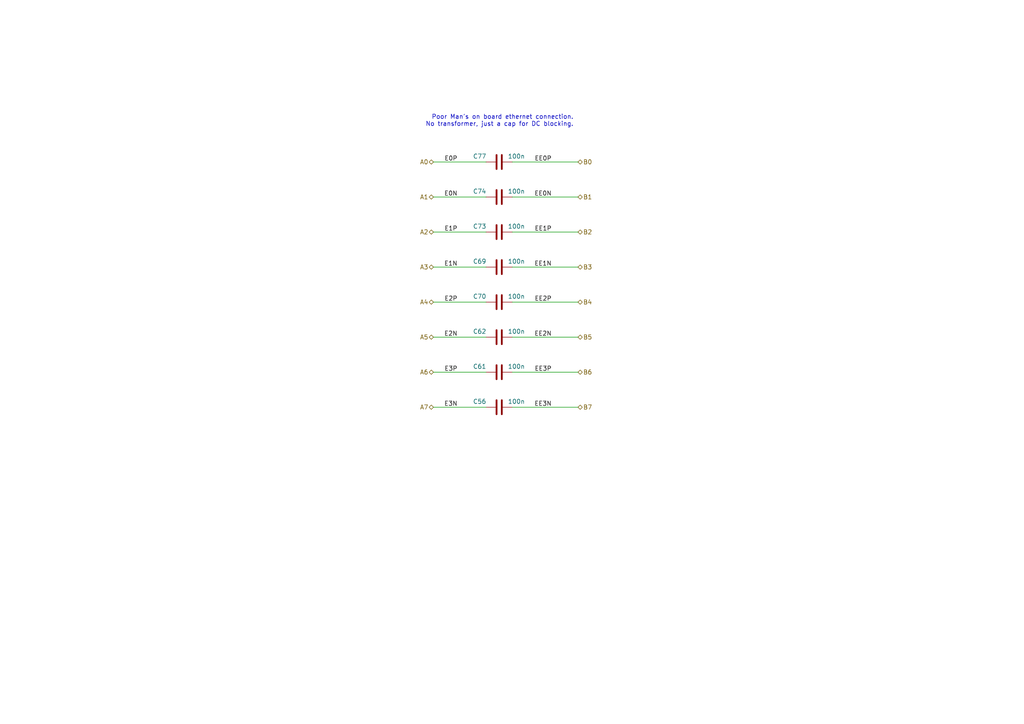
<source format=kicad_sch>
(kicad_sch (version 20230121) (generator eeschema)
  (paper "A4")
  (title_block (title "Penta-Pi") (date "2022-09-05") (rev "2.0") (comment 1 "fjc"))
  (lib_symbols
    (symbol "Device:C" (pin_numbers hide) (pin_names (offset 0.254))
      (property "Reference" "C" (at 0.635 2.54 0))
      (property "Value" "C" (at 0.635 -2.54 0))
      (symbol "C_0_1"
        (polyline (pts (xy -2.032 -0.762) (xy 2.032 -0.762)) (stroke (width 0.508)))
        (polyline (pts (xy -2.032 0.762) (xy 2.032 0.762)) (stroke (width 0.508)))
      )
      (symbol "C_1_1"
        (pin passive line (at 0 3.81 270) (length 2.794) (name "~") (number "1"))
        (pin passive line (at 0 -3.81 90) (length 2.794) (name "~") (number "2"))
      )
    )
  )
  (wire (pts (xy 125.73 67.31) (xy 140.97 67.31)))
  (wire (pts (xy 148.59 77.47) (xy 167.64 77.47)))
  (wire (pts (xy 125.73 46.99) (xy 140.97 46.99)))
  (wire (pts (xy 125.73 107.95) (xy 140.97 107.95)))
  (wire (pts (xy 125.73 77.47) (xy 140.97 77.47)))
  (wire (pts (xy 148.59 57.15) (xy 167.64 57.15)))
  (wire (pts (xy 148.59 97.79) (xy 167.64 97.79)))
  (wire (pts (xy 125.73 57.15) (xy 140.97 57.15)))
  (wire (pts (xy 148.59 67.31) (xy 167.64 67.31)))
  (wire (pts (xy 148.59 107.95) (xy 167.64 107.95)))
  (wire (pts (xy 148.59 46.99) (xy 167.64 46.99)))
  (wire (pts (xy 125.73 97.79) (xy 140.97 97.79)))
  (wire (pts (xy 148.59 118.11) (xy 167.64 118.11)))
  (wire (pts (xy 125.73 118.11) (xy 140.97 118.11)))
  (wire (pts (xy 125.73 87.63) (xy 140.97 87.63)))
  (wire (pts (xy 148.59 87.63) (xy 167.64 87.63)))
  (text "Poor Man's on board ethernet connection.\nNo transformer, just a cap for DC blocking." (at 166.37 36.83 0) (effects (font (size 1.27 1.27)) (justify right bottom)))
  (label "E1P" (at 132.715 67.31 180))
  (label "E3P" (at 132.715 107.95 180))
  (label "EE2N" (at 160.02 97.79 180))
  (label "EE3N" (at 160.02 118.11 180))
  (label "E2P" (at 132.715 87.63 180))
  (label "EE0N" (at 160.02 57.15 180))
  (label "E0N" (at 132.715 57.15 180))
  (label "EE3P" (at 160.02 107.95 180))
  (label "EE1P" (at 160.02 67.31 180))
  (label "EE1N" (at 160.02 77.47 180))
  (label "E1N" (at 132.715 77.47 180))
  (label "EE2P" (at 160.02 87.63 180))
  (label "E0P" (at 132.715 46.99 180))
  (label "E3N" (at 132.715 118.11 180))
  (label "EE0P" (at 160.02 46.99 180))
  (label "E2N" (at 132.715 97.79 180))
  (hierarchical_label "A2" (shape bidirectional) (at 125.73 67.31 180))
  (hierarchical_label "B5" (shape bidirectional) (at 167.64 97.79 0))
  (hierarchical_label "B2" (shape bidirectional) (at 167.64 67.31 0))
  (hierarchical_label "A7" (shape bidirectional) (at 125.73 118.11 180))
  (hierarchical_label "A0" (shape bidirectional) (at 125.73 46.99 180))
  (hierarchical_label "B4" (shape bidirectional) (at 167.64 87.63 0))
  (hierarchical_label "B6" (shape bidirectional) (at 167.64 107.95 0))
  (hierarchical_label "A6" (shape bidirectional) (at 125.73 107.95 180))
  (hierarchical_label "B3" (shape bidirectional) (at 167.64 77.47 0))
  (hierarchical_label "A4" (shape bidirectional) (at 125.73 87.63 180))
  (hierarchical_label "A3" (shape bidirectional) (at 125.73 77.47 180))
  (hierarchical_label "A5" (shape bidirectional) (at 125.73 97.79 180))
  (hierarchical_label "B0" (shape bidirectional) (at 167.64 46.99 0))
  (hierarchical_label "B7" (shape bidirectional) (at 167.64 118.11 0))
  (hierarchical_label "B1" (shape bidirectional) (at 167.64 57.15 0))
  (hierarchical_label "A1" (shape bidirectional) (at 125.73 57.15 180))
  (symbol (lib_id "Device:C") (at 144.78 67.31 90) (unit 1)
    (property "Reference" "C73" (at 141.0716 65.659 90) (effects (justify left)))
    (property "Value" "100n" (at 152.273 65.659 90) (effects (justify left)))
    (property "Footprint" "Capacitor_SMD:C_0603_1608Metric" (effects hide))
    (property "Datasheet" "https://search.murata.co.jp/Ceramy/image/img/A01X/G101/ENG/GRM21BR71A106KA73-01.pdf" (effects hide))
    (property "LCSC Part Number" "C14663" (effects hide))
    (instances (project "Hepta-Pi_1.1" (path "" (reference "C73") (unit 1)) (path "" (reference "C35") (unit 1)) (path "" (reference "C97") (unit 1)) (path "" (reference "C79") (unit 1))))
  )
  (symbol (lib_id "Device:C") (at 144.78 57.15 90) (unit 1)
    (property "Reference" "C74" (at 141.0716 55.499 90) (effects (justify left)))
    (property "Value" "100n" (at 152.273 55.499 90) (effects (justify left)))
    (property "Footprint" "Capacitor_SMD:C_0603_1608Metric" (effects hide))
    (property "Datasheet" "https://search.murata.co.jp/Ceramy/image/img/A01X/G101/ENG/GRM21BR71A106KA73-01.pdf" (effects hide))
    (property "LCSC Part Number" "C14663" (effects hide))
    (instances (project "Hepta-Pi_1.1" (path "" (reference "C74") (unit 1)) (path "" (reference "C38") (unit 1)) (path "" (reference "C87") (unit 1)) (path "" (reference "C82") (unit 1))))
  )
  (symbol (lib_id "Device:C") (at 144.78 118.11 90) (unit 1)
    (property "Reference" "C56" (at 141.0716 116.459 90) (effects (justify left)))
    (property "Value" "100n" (at 152.273 116.459 90) (effects (justify left)))
    (property "Footprint" "Capacitor_SMD:C_0603_1608Metric" (effects hide))
    (property "Datasheet" "https://search.murata.co.jp/Ceramy/image/img/A01X/G101/ENG/GRM21BR71A106KA73-01.pdf" (effects hide))
    (property "LCSC Part Number" "C14663" (effects hide))
    (instances (project "Hepta-Pi_1.1" (path "" (reference "C56") (unit 1)) (path "" (reference "C55") (unit 1)) (path "" (reference "C100") (unit 1)) (path "" (reference "C57") (unit 1))))
  )
  (symbol (lib_id "Device:C") (at 144.78 107.95 90) (unit 1)
    (property "Reference" "C61" (at 141.0716 106.299 90) (effects (justify left)))
    (property "Value" "100n" (at 152.273 106.299 90) (effects (justify left)))
    (property "Footprint" "Capacitor_SMD:C_0603_1608Metric" (effects hide))
    (property "Datasheet" "https://search.murata.co.jp/Ceramy/image/img/A01X/G101/ENG/GRM21BR71A106KA73-01.pdf" (effects hide))
    (property "LCSC Part Number" "C14663" (effects hide))
    (instances (project "Hepta-Pi_1.1" (path "" (reference "C61") (unit 1)) (path "" (reference "C49") (unit 1)) (path "" (reference "C99") (unit 1)) (path "" (reference "C58") (unit 1))))
  )
  (symbol (lib_id "Device:C") (at 144.78 46.99 90) (unit 1)
    (property "Reference" "C77" (at 141.0716 45.339 90) (effects (justify left)))
    (property "Value" "100n" (at 152.273 45.339 90) (effects (justify left)))
    (property "Footprint" "Capacitor_SMD:C_0603_1608Metric" (effects hide))
    (property "Datasheet" "https://search.murata.co.jp/Ceramy/image/img/A01X/G101/ENG/GRM21BR71A106KA73-01.pdf" (effects hide))
    (property "LCSC Part Number" "C14663" (effects hide))
    (instances (project "Hepta-Pi_1.1" (path "" (reference "C77") (unit 1)) (path "" (reference "C37") (unit 1)) (path "" (reference "C86") (unit 1)) (path "" (reference "C83") (unit 1))))
  )
  (symbol (lib_id "Device:C") (at 144.78 97.79 90) (unit 1)
    (property "Reference" "C62" (at 141.0716 96.139 90) (effects (justify left)))
    (property "Value" "100n" (at 152.273 96.139 90) (effects (justify left)))
    (property "Footprint" "Capacitor_SMD:C_0603_1608Metric" (effects hide))
    (property "Datasheet" "https://search.murata.co.jp/Ceramy/image/img/A01X/G101/ENG/GRM21BR71A106KA73-01.pdf" (effects hide))
    (property "LCSC Part Number" "C14663" (effects hide))
    (instances (project "Hepta-Pi_1.1" (path "" (reference "C62") (unit 1)) (path "" (reference "C50") (unit 1)) (path "" (reference "C89") (unit 1)) (path "" (reference "C67") (unit 1))))
  )
  (symbol (lib_id "Device:C") (at 144.78 87.63 90) (unit 1)
    (property "Reference" "C70" (at 141.0716 85.979 90) (effects (justify left)))
    (property "Value" "100n" (at 152.273 85.979 90) (effects (justify left)))
    (property "Footprint" "Capacitor_SMD:C_0603_1608Metric" (effects hide))
    (property "Datasheet" "https://search.murata.co.jp/Ceramy/image/img/A01X/G101/ENG/GRM21BR71A106KA73-01.pdf" (effects hide))
    (property "LCSC Part Number" "C14663" (effects hide))
    (instances (project "Hepta-Pi_1.1" (path "" (reference "C70") (unit 1)) (path "" (reference "C48") (unit 1)) (path "" (reference "C88") (unit 1)) (path "" (reference "C72") (unit 1))))
  )
  (symbol (lib_id "Device:C") (at 144.78 77.47 90) (unit 1)
    (property "Reference" "C69" (at 141.0716 75.819 90) (effects (justify left)))
    (property "Value" "100n" (at 152.273 75.819 90) (effects (justify left)))
    (property "Footprint" "Capacitor_SMD:C_0603_1608Metric" (effects hide))
    (property "Datasheet" "https://search.murata.co.jp/Ceramy/image/img/A01X/G101/ENG/GRM21BR71A106KA73-01.pdf" (effects hide))
    (property "LCSC Part Number" "C14663" (effects hide))
    (instances (project "Hepta-Pi_1.1" (path "" (reference "C69") (unit 1)) (path "" (reference "C36") (unit 1)) (path "" (reference "C98") (unit 1)) (path "" (reference "C78") (unit 1))))
  )
)
</source>
